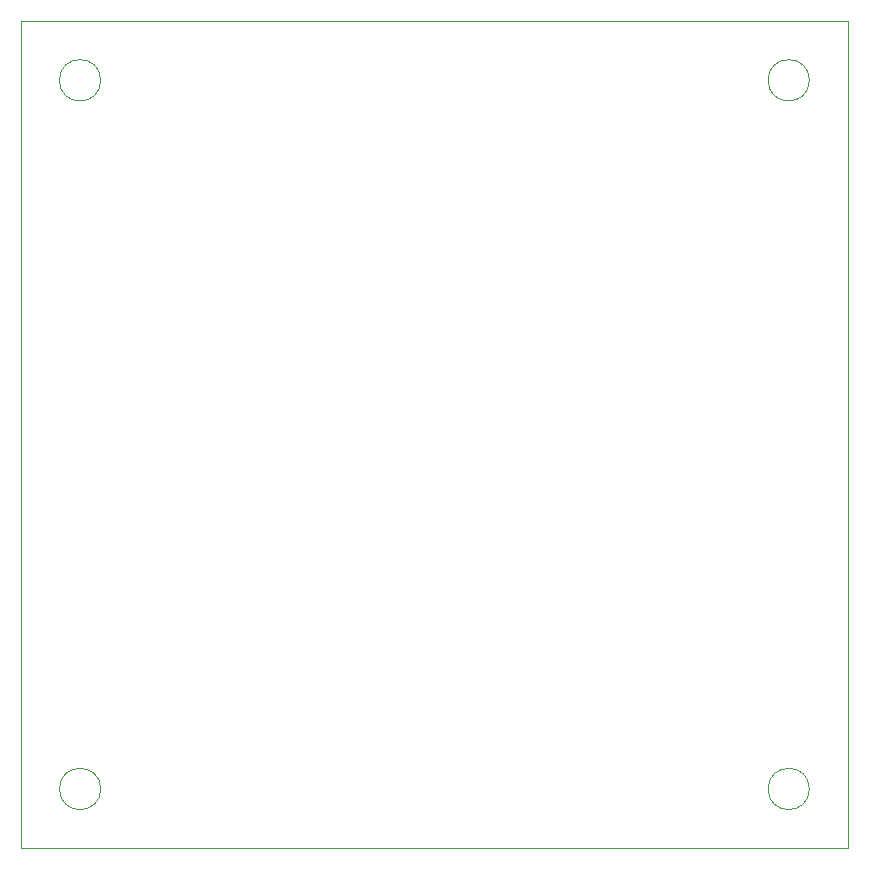
<source format=gm1>
G04 #@! TF.GenerationSoftware,KiCad,Pcbnew,(5.1.10)-1*
G04 #@! TF.CreationDate,2022-07-24T00:59:47-05:00*
G04 #@! TF.ProjectId,MuscleRoller,4d757363-6c65-4526-9f6c-6c65722e6b69,rev?*
G04 #@! TF.SameCoordinates,Original*
G04 #@! TF.FileFunction,Profile,NP*
%FSLAX46Y46*%
G04 Gerber Fmt 4.6, Leading zero omitted, Abs format (unit mm)*
G04 Created by KiCad (PCBNEW (5.1.10)-1) date 2022-07-24 00:59:47*
%MOMM*%
%LPD*%
G01*
G04 APERTURE LIST*
G04 #@! TA.AperFunction,Profile*
%ADD10C,0.050000*%
G04 #@! TD*
G04 APERTURE END LIST*
D10*
X107500000Y-151500000D02*
X177500000Y-151500000D01*
X107500000Y-81500000D02*
X107500000Y-151500000D01*
X177500000Y-81500000D02*
X107500000Y-81500000D01*
X177500000Y-81500000D02*
X177500000Y-151500000D01*
X174250000Y-146500000D02*
G75*
G03*
X174250000Y-146500000I-1750000J0D01*
G01*
X114250000Y-146500000D02*
G75*
G03*
X114250000Y-146500000I-1750000J0D01*
G01*
X114250000Y-86500000D02*
G75*
G03*
X114250000Y-86500000I-1750000J0D01*
G01*
X174250000Y-86500000D02*
G75*
G03*
X174250000Y-86500000I-1750000J0D01*
G01*
M02*

</source>
